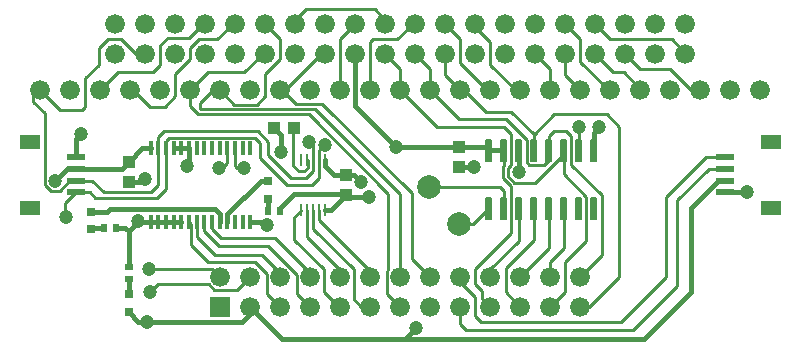
<source format=gbr>
G04 EAGLE Gerber RS-274X export*
G75*
%MOMM*%
%FSLAX34Y34*%
%LPD*%
%INTop Copper*%
%IPPOS*%
%AMOC8*
5,1,8,0,0,1.08239X$1,22.5*%
G01*
%ADD10C,1.676400*%
%ADD11R,0.400000X1.150000*%
%ADD12C,0.150000*%
%ADD13R,0.250000X1.000000*%
%ADD14R,1.550000X0.600000*%
%ADD15R,1.800000X1.200000*%
%ADD16R,1.676400X1.676400*%
%ADD17R,1.000000X1.100000*%
%ADD18R,0.800000X0.800000*%
%ADD19R,0.600000X0.700000*%
%ADD20R,0.700000X0.600000*%
%ADD21C,2.000000*%
%ADD22C,0.254000*%
%ADD23C,1.200000*%
%ADD24C,0.406400*%


D10*
X83700Y252378D03*
X83700Y277778D03*
X109100Y252378D03*
X109100Y277778D03*
X134500Y252378D03*
X134500Y277778D03*
X159900Y252378D03*
X159900Y277778D03*
X185300Y252378D03*
X185300Y277778D03*
X210700Y252378D03*
X210700Y277778D03*
X236100Y252378D03*
X236100Y277778D03*
X261500Y252378D03*
X261500Y277778D03*
X286900Y252378D03*
X286900Y277778D03*
X312300Y252378D03*
X312300Y277778D03*
X337700Y252378D03*
X337700Y277778D03*
X363100Y252378D03*
X363100Y277778D03*
X388500Y252378D03*
X388500Y277778D03*
X413900Y252378D03*
X413900Y277778D03*
X439300Y252378D03*
X439300Y277778D03*
X464700Y252378D03*
X464700Y277778D03*
X490100Y252378D03*
X490100Y277778D03*
X515500Y252378D03*
X515500Y277778D03*
X540900Y252378D03*
X540900Y277778D03*
X566300Y252378D03*
X566300Y277778D03*
X20320Y221488D03*
X45720Y221488D03*
X71120Y221488D03*
X96520Y221488D03*
X121920Y221488D03*
X147320Y221488D03*
X172720Y221488D03*
X198120Y221488D03*
X223520Y221488D03*
X248920Y221488D03*
X274320Y221488D03*
X299720Y221488D03*
X325120Y221488D03*
X350520Y221488D03*
X375920Y221488D03*
X401320Y221488D03*
X426720Y221488D03*
X452120Y221488D03*
X477520Y221488D03*
X502920Y221488D03*
X528320Y221488D03*
X553720Y221488D03*
X579120Y221488D03*
X604520Y221488D03*
X629920Y221488D03*
D11*
X113960Y110224D03*
X120460Y110224D03*
X126960Y110224D03*
X133460Y110224D03*
X139960Y110224D03*
X146460Y110224D03*
X152960Y110224D03*
X159460Y110224D03*
X165960Y110224D03*
X172460Y110224D03*
X178960Y110224D03*
X185460Y110224D03*
X191960Y110224D03*
X198460Y110224D03*
X198460Y172224D03*
X191960Y172224D03*
X185460Y172224D03*
X178960Y172224D03*
X172460Y172224D03*
X165960Y172224D03*
X159460Y172224D03*
X152960Y172224D03*
X146460Y172224D03*
X139960Y172224D03*
X133460Y172224D03*
X126960Y172224D03*
X120460Y172224D03*
X113960Y172224D03*
D12*
X402300Y130250D02*
X402300Y112750D01*
X397800Y112750D01*
X397800Y130250D01*
X402300Y130250D01*
X402300Y114175D02*
X397800Y114175D01*
X397800Y115600D02*
X402300Y115600D01*
X402300Y117025D02*
X397800Y117025D01*
X397800Y118450D02*
X402300Y118450D01*
X402300Y119875D02*
X397800Y119875D01*
X397800Y121300D02*
X402300Y121300D01*
X402300Y122725D02*
X397800Y122725D01*
X397800Y124150D02*
X402300Y124150D01*
X402300Y125575D02*
X397800Y125575D01*
X397800Y127000D02*
X402300Y127000D01*
X402300Y128425D02*
X397800Y128425D01*
X397800Y129850D02*
X402300Y129850D01*
X415000Y130250D02*
X415000Y112750D01*
X410500Y112750D01*
X410500Y130250D01*
X415000Y130250D01*
X415000Y114175D02*
X410500Y114175D01*
X410500Y115600D02*
X415000Y115600D01*
X415000Y117025D02*
X410500Y117025D01*
X410500Y118450D02*
X415000Y118450D01*
X415000Y119875D02*
X410500Y119875D01*
X410500Y121300D02*
X415000Y121300D01*
X415000Y122725D02*
X410500Y122725D01*
X410500Y124150D02*
X415000Y124150D01*
X415000Y125575D02*
X410500Y125575D01*
X410500Y127000D02*
X415000Y127000D01*
X415000Y128425D02*
X410500Y128425D01*
X410500Y129850D02*
X415000Y129850D01*
X427700Y130250D02*
X427700Y112750D01*
X423200Y112750D01*
X423200Y130250D01*
X427700Y130250D01*
X427700Y114175D02*
X423200Y114175D01*
X423200Y115600D02*
X427700Y115600D01*
X427700Y117025D02*
X423200Y117025D01*
X423200Y118450D02*
X427700Y118450D01*
X427700Y119875D02*
X423200Y119875D01*
X423200Y121300D02*
X427700Y121300D01*
X427700Y122725D02*
X423200Y122725D01*
X423200Y124150D02*
X427700Y124150D01*
X427700Y125575D02*
X423200Y125575D01*
X423200Y127000D02*
X427700Y127000D01*
X427700Y128425D02*
X423200Y128425D01*
X423200Y129850D02*
X427700Y129850D01*
X440400Y130250D02*
X440400Y112750D01*
X435900Y112750D01*
X435900Y130250D01*
X440400Y130250D01*
X440400Y114175D02*
X435900Y114175D01*
X435900Y115600D02*
X440400Y115600D01*
X440400Y117025D02*
X435900Y117025D01*
X435900Y118450D02*
X440400Y118450D01*
X440400Y119875D02*
X435900Y119875D01*
X435900Y121300D02*
X440400Y121300D01*
X440400Y122725D02*
X435900Y122725D01*
X435900Y124150D02*
X440400Y124150D01*
X440400Y125575D02*
X435900Y125575D01*
X435900Y127000D02*
X440400Y127000D01*
X440400Y128425D02*
X435900Y128425D01*
X435900Y129850D02*
X440400Y129850D01*
X453100Y130250D02*
X453100Y112750D01*
X448600Y112750D01*
X448600Y130250D01*
X453100Y130250D01*
X453100Y114175D02*
X448600Y114175D01*
X448600Y115600D02*
X453100Y115600D01*
X453100Y117025D02*
X448600Y117025D01*
X448600Y118450D02*
X453100Y118450D01*
X453100Y119875D02*
X448600Y119875D01*
X448600Y121300D02*
X453100Y121300D01*
X453100Y122725D02*
X448600Y122725D01*
X448600Y124150D02*
X453100Y124150D01*
X453100Y125575D02*
X448600Y125575D01*
X448600Y127000D02*
X453100Y127000D01*
X453100Y128425D02*
X448600Y128425D01*
X448600Y129850D02*
X453100Y129850D01*
X465800Y130250D02*
X465800Y112750D01*
X461300Y112750D01*
X461300Y130250D01*
X465800Y130250D01*
X465800Y114175D02*
X461300Y114175D01*
X461300Y115600D02*
X465800Y115600D01*
X465800Y117025D02*
X461300Y117025D01*
X461300Y118450D02*
X465800Y118450D01*
X465800Y119875D02*
X461300Y119875D01*
X461300Y121300D02*
X465800Y121300D01*
X465800Y122725D02*
X461300Y122725D01*
X461300Y124150D02*
X465800Y124150D01*
X465800Y125575D02*
X461300Y125575D01*
X461300Y127000D02*
X465800Y127000D01*
X465800Y128425D02*
X461300Y128425D01*
X461300Y129850D02*
X465800Y129850D01*
X478500Y130250D02*
X478500Y112750D01*
X474000Y112750D01*
X474000Y130250D01*
X478500Y130250D01*
X478500Y114175D02*
X474000Y114175D01*
X474000Y115600D02*
X478500Y115600D01*
X478500Y117025D02*
X474000Y117025D01*
X474000Y118450D02*
X478500Y118450D01*
X478500Y119875D02*
X474000Y119875D01*
X474000Y121300D02*
X478500Y121300D01*
X478500Y122725D02*
X474000Y122725D01*
X474000Y124150D02*
X478500Y124150D01*
X478500Y125575D02*
X474000Y125575D01*
X474000Y127000D02*
X478500Y127000D01*
X478500Y128425D02*
X474000Y128425D01*
X474000Y129850D02*
X478500Y129850D01*
X491200Y130250D02*
X491200Y112750D01*
X486700Y112750D01*
X486700Y130250D01*
X491200Y130250D01*
X491200Y114175D02*
X486700Y114175D01*
X486700Y115600D02*
X491200Y115600D01*
X491200Y117025D02*
X486700Y117025D01*
X486700Y118450D02*
X491200Y118450D01*
X491200Y119875D02*
X486700Y119875D01*
X486700Y121300D02*
X491200Y121300D01*
X491200Y122725D02*
X486700Y122725D01*
X486700Y124150D02*
X491200Y124150D01*
X491200Y125575D02*
X486700Y125575D01*
X486700Y127000D02*
X491200Y127000D01*
X491200Y128425D02*
X486700Y128425D01*
X486700Y129850D02*
X491200Y129850D01*
X491200Y161850D02*
X491200Y179350D01*
X491200Y161850D02*
X486700Y161850D01*
X486700Y179350D01*
X491200Y179350D01*
X491200Y163275D02*
X486700Y163275D01*
X486700Y164700D02*
X491200Y164700D01*
X491200Y166125D02*
X486700Y166125D01*
X486700Y167550D02*
X491200Y167550D01*
X491200Y168975D02*
X486700Y168975D01*
X486700Y170400D02*
X491200Y170400D01*
X491200Y171825D02*
X486700Y171825D01*
X486700Y173250D02*
X491200Y173250D01*
X491200Y174675D02*
X486700Y174675D01*
X486700Y176100D02*
X491200Y176100D01*
X491200Y177525D02*
X486700Y177525D01*
X486700Y178950D02*
X491200Y178950D01*
X478500Y179350D02*
X478500Y161850D01*
X474000Y161850D01*
X474000Y179350D01*
X478500Y179350D01*
X478500Y163275D02*
X474000Y163275D01*
X474000Y164700D02*
X478500Y164700D01*
X478500Y166125D02*
X474000Y166125D01*
X474000Y167550D02*
X478500Y167550D01*
X478500Y168975D02*
X474000Y168975D01*
X474000Y170400D02*
X478500Y170400D01*
X478500Y171825D02*
X474000Y171825D01*
X474000Y173250D02*
X478500Y173250D01*
X478500Y174675D02*
X474000Y174675D01*
X474000Y176100D02*
X478500Y176100D01*
X478500Y177525D02*
X474000Y177525D01*
X474000Y178950D02*
X478500Y178950D01*
X465800Y179350D02*
X465800Y161850D01*
X461300Y161850D01*
X461300Y179350D01*
X465800Y179350D01*
X465800Y163275D02*
X461300Y163275D01*
X461300Y164700D02*
X465800Y164700D01*
X465800Y166125D02*
X461300Y166125D01*
X461300Y167550D02*
X465800Y167550D01*
X465800Y168975D02*
X461300Y168975D01*
X461300Y170400D02*
X465800Y170400D01*
X465800Y171825D02*
X461300Y171825D01*
X461300Y173250D02*
X465800Y173250D01*
X465800Y174675D02*
X461300Y174675D01*
X461300Y176100D02*
X465800Y176100D01*
X465800Y177525D02*
X461300Y177525D01*
X461300Y178950D02*
X465800Y178950D01*
X453100Y179350D02*
X453100Y161850D01*
X448600Y161850D01*
X448600Y179350D01*
X453100Y179350D01*
X453100Y163275D02*
X448600Y163275D01*
X448600Y164700D02*
X453100Y164700D01*
X453100Y166125D02*
X448600Y166125D01*
X448600Y167550D02*
X453100Y167550D01*
X453100Y168975D02*
X448600Y168975D01*
X448600Y170400D02*
X453100Y170400D01*
X453100Y171825D02*
X448600Y171825D01*
X448600Y173250D02*
X453100Y173250D01*
X453100Y174675D02*
X448600Y174675D01*
X448600Y176100D02*
X453100Y176100D01*
X453100Y177525D02*
X448600Y177525D01*
X448600Y178950D02*
X453100Y178950D01*
X440400Y179350D02*
X440400Y161850D01*
X435900Y161850D01*
X435900Y179350D01*
X440400Y179350D01*
X440400Y163275D02*
X435900Y163275D01*
X435900Y164700D02*
X440400Y164700D01*
X440400Y166125D02*
X435900Y166125D01*
X435900Y167550D02*
X440400Y167550D01*
X440400Y168975D02*
X435900Y168975D01*
X435900Y170400D02*
X440400Y170400D01*
X440400Y171825D02*
X435900Y171825D01*
X435900Y173250D02*
X440400Y173250D01*
X440400Y174675D02*
X435900Y174675D01*
X435900Y176100D02*
X440400Y176100D01*
X440400Y177525D02*
X435900Y177525D01*
X435900Y178950D02*
X440400Y178950D01*
X427700Y179350D02*
X427700Y161850D01*
X423200Y161850D01*
X423200Y179350D01*
X427700Y179350D01*
X427700Y163275D02*
X423200Y163275D01*
X423200Y164700D02*
X427700Y164700D01*
X427700Y166125D02*
X423200Y166125D01*
X423200Y167550D02*
X427700Y167550D01*
X427700Y168975D02*
X423200Y168975D01*
X423200Y170400D02*
X427700Y170400D01*
X427700Y171825D02*
X423200Y171825D01*
X423200Y173250D02*
X427700Y173250D01*
X427700Y174675D02*
X423200Y174675D01*
X423200Y176100D02*
X427700Y176100D01*
X427700Y177525D02*
X423200Y177525D01*
X423200Y178950D02*
X427700Y178950D01*
X415000Y179350D02*
X415000Y161850D01*
X410500Y161850D01*
X410500Y179350D01*
X415000Y179350D01*
X415000Y163275D02*
X410500Y163275D01*
X410500Y164700D02*
X415000Y164700D01*
X415000Y166125D02*
X410500Y166125D01*
X410500Y167550D02*
X415000Y167550D01*
X415000Y168975D02*
X410500Y168975D01*
X410500Y170400D02*
X415000Y170400D01*
X415000Y171825D02*
X410500Y171825D01*
X410500Y173250D02*
X415000Y173250D01*
X415000Y174675D02*
X410500Y174675D01*
X410500Y176100D02*
X415000Y176100D01*
X415000Y177525D02*
X410500Y177525D01*
X410500Y178950D02*
X415000Y178950D01*
X402300Y179350D02*
X402300Y161850D01*
X397800Y161850D01*
X397800Y179350D01*
X402300Y179350D01*
X402300Y163275D02*
X397800Y163275D01*
X397800Y164700D02*
X402300Y164700D01*
X402300Y166125D02*
X397800Y166125D01*
X397800Y167550D02*
X402300Y167550D01*
X402300Y168975D02*
X397800Y168975D01*
X397800Y170400D02*
X402300Y170400D01*
X402300Y171825D02*
X397800Y171825D01*
X397800Y173250D02*
X402300Y173250D01*
X402300Y174675D02*
X397800Y174675D01*
X397800Y176100D02*
X402300Y176100D01*
X402300Y177525D02*
X397800Y177525D01*
X397800Y178950D02*
X402300Y178950D01*
D13*
X261460Y162355D03*
X256460Y162355D03*
X251460Y162355D03*
X246460Y162355D03*
X241460Y162355D03*
X241460Y120093D03*
X246460Y120093D03*
X251460Y120093D03*
X256460Y120093D03*
X261460Y120093D03*
D14*
X600462Y135000D03*
X600462Y145000D03*
X600462Y155000D03*
X600462Y165000D03*
D15*
X639462Y122000D03*
X639462Y178000D03*
D14*
X50540Y165000D03*
X50540Y155000D03*
X50540Y145000D03*
X50540Y135000D03*
D15*
X11540Y178000D03*
X11540Y122000D03*
D16*
X172600Y38100D03*
D10*
X172600Y63500D03*
X198000Y38100D03*
X198000Y63500D03*
X223400Y38100D03*
X223400Y63500D03*
X248800Y38100D03*
X248800Y63500D03*
X274200Y38100D03*
X274200Y63500D03*
X299600Y38100D03*
X299600Y63500D03*
X325000Y38100D03*
X325000Y63500D03*
X350400Y38100D03*
X350400Y63500D03*
X375800Y38100D03*
X375800Y63500D03*
X401200Y38100D03*
X401200Y63500D03*
X426600Y38100D03*
X426600Y63500D03*
X452000Y38100D03*
X452000Y63500D03*
X477400Y38100D03*
X477400Y63500D03*
D17*
X95250Y160900D03*
X95250Y143900D03*
X279146Y149724D03*
X279146Y132724D03*
X374650Y173600D03*
X374650Y156600D03*
X218068Y189484D03*
X235068Y189484D03*
D18*
X213487Y144533D03*
X213487Y129533D03*
X95250Y33775D03*
X95250Y48775D03*
D19*
X223694Y119253D03*
X213694Y119253D03*
D20*
X95250Y61675D03*
X95250Y71675D03*
D18*
X63500Y118625D03*
X63500Y103625D03*
D19*
X74375Y104775D03*
X84375Y104775D03*
D21*
X374650Y107950D03*
X349250Y139700D03*
D22*
X36830Y204978D02*
X20320Y221488D01*
X36830Y204978D02*
X55880Y204978D01*
X58420Y207518D01*
X58420Y231648D01*
X69850Y243078D01*
X69850Y257048D01*
X77470Y264668D01*
X88900Y264668D01*
X101190Y252378D01*
X109100Y252378D01*
X120278Y172042D02*
X120278Y141441D01*
X120278Y172042D02*
X120460Y172224D01*
X120278Y141441D02*
X114045Y135208D01*
X20320Y221488D02*
X17018Y221488D01*
X14732Y219202D01*
X14732Y211328D01*
X24226Y201834D01*
X124818Y186690D02*
X204629Y186690D01*
X213614Y177705D01*
X120460Y172224D02*
X120388Y172296D01*
X120388Y182260D01*
X124818Y186690D01*
X213614Y177705D02*
X213614Y166624D01*
X233045Y147193D01*
X245237Y147193D01*
X251460Y153416D01*
X251460Y162355D01*
X251460Y173990D01*
X247650Y177800D01*
D23*
X247650Y177800D03*
D22*
X559943Y128143D02*
X586800Y155000D01*
X559943Y55880D02*
X522351Y18288D01*
X559943Y55880D02*
X559943Y128143D01*
X522351Y18288D02*
X381000Y18288D01*
X29377Y135986D02*
X24226Y141137D01*
X24226Y201834D01*
X50428Y145112D02*
X50540Y145000D01*
X50428Y145112D02*
X45951Y145112D01*
X36825Y135986D01*
X29377Y135986D01*
X74342Y135208D02*
X114045Y135208D01*
X64550Y145000D02*
X50540Y145000D01*
X64550Y145000D02*
X74342Y135208D01*
X586800Y155000D02*
X600462Y155000D01*
X375800Y38100D02*
X375800Y23488D01*
X381000Y18288D01*
X127142Y138249D02*
X119450Y130557D01*
X127142Y172042D02*
X126960Y172224D01*
X127142Y172042D02*
X127142Y138249D01*
D23*
X41910Y114300D03*
D22*
X126960Y172224D02*
X127142Y172406D01*
X129803Y181102D02*
X202184Y181102D01*
X127142Y178441D02*
X127142Y172406D01*
X127142Y178441D02*
X129803Y181102D01*
X206502Y176784D02*
X206502Y163957D01*
X229235Y141224D01*
X206502Y176784D02*
X202184Y181102D01*
X229235Y141224D02*
X250857Y141224D01*
X256540Y146907D01*
X256540Y162275D02*
X256460Y162355D01*
X256540Y162275D02*
X256540Y146907D01*
X256460Y162355D02*
X256460Y170608D01*
X261244Y175392D01*
D23*
X261244Y175392D03*
D22*
X549910Y131063D02*
X549910Y63151D01*
X512159Y25400D01*
X393700Y25400D01*
X50540Y135000D02*
X41656Y126116D01*
X41656Y114554D02*
X41910Y114300D01*
X41656Y114554D02*
X41656Y126116D01*
X50540Y135000D02*
X62453Y135000D01*
X66896Y130557D01*
X119450Y130557D01*
X583847Y165000D02*
X600462Y165000D01*
X583847Y165000D02*
X549910Y131063D01*
X393700Y25400D02*
X388500Y30600D01*
X388500Y46736D02*
X375800Y59436D01*
X375800Y63500D01*
X388500Y46736D02*
X388500Y30600D01*
X162560Y236728D02*
X147320Y221488D01*
X162560Y236728D02*
X193040Y236728D01*
X208690Y252378D01*
X210700Y252378D01*
X147320Y221488D02*
X147320Y208280D01*
X154432Y201168D01*
X247904Y201168D01*
X315094Y133978D01*
X315094Y69399D02*
X313824Y68129D01*
X313824Y49276D01*
X325000Y38100D01*
X315094Y69399D02*
X315094Y133978D01*
X227330Y221488D02*
X223520Y221488D01*
X227330Y221488D02*
X258220Y252378D01*
X261500Y252378D01*
X259334Y210058D02*
X236982Y210058D01*
X259334Y210058D02*
X335160Y134232D01*
X236982Y210058D02*
X225552Y221488D01*
X223520Y221488D01*
X335160Y78740D02*
X350400Y63500D01*
X335160Y78740D02*
X335160Y134232D01*
X325120Y239558D02*
X312300Y252378D01*
X325120Y239558D02*
X325120Y221488D01*
X356108Y190500D01*
X419100Y184404D02*
X419100Y158233D01*
X413004Y190500D02*
X356108Y190500D01*
X413004Y190500D02*
X419100Y184404D01*
X416656Y155789D02*
X416656Y148503D01*
X421807Y143352D01*
X439614Y143352D01*
X419100Y158233D02*
X416656Y155789D01*
X439614Y143352D02*
X463550Y167288D01*
X463550Y170600D01*
X463550Y150212D01*
X482600Y131162D01*
X482600Y94100D01*
X464700Y76200D01*
X464700Y50800D01*
X452000Y38100D01*
X350520Y239558D02*
X337700Y252378D01*
X350520Y239558D02*
X350520Y221488D01*
X375158Y196850D01*
X415212Y196850D01*
X432356Y179706D02*
X432356Y160382D01*
X434432Y158306D01*
X450850Y162560D02*
X450850Y170600D01*
X432356Y179706D02*
X415212Y196850D01*
X434432Y158306D02*
X446596Y158306D01*
X450850Y162560D01*
X450850Y170600D02*
X450850Y182372D01*
X455676Y187198D01*
X465328Y187198D01*
X469900Y182626D01*
X469900Y158566D01*
X495688Y132778D01*
X495688Y81788D01*
X477400Y63500D01*
X363100Y234308D02*
X363100Y252378D01*
X363100Y234308D02*
X375920Y221488D01*
X379165Y221488D01*
X397453Y203200D01*
X419100Y203200D02*
X438150Y184150D01*
X419100Y203200D02*
X397453Y203200D01*
X438150Y183642D02*
X438150Y170600D01*
X438150Y183642D02*
X438150Y184150D01*
X455580Y201072D02*
X500213Y201072D01*
X510674Y190611D01*
X510674Y63500D01*
X438150Y183642D02*
X455580Y201072D01*
X510674Y63500D02*
X485274Y38100D01*
X477400Y38100D01*
X452120Y239558D02*
X439300Y252378D01*
X452120Y239558D02*
X452120Y221488D01*
X464700Y234308D02*
X464700Y252378D01*
X464700Y234308D02*
X477520Y221488D01*
X505750Y236728D02*
X490100Y252378D01*
X505750Y236728D02*
X514350Y236728D01*
X528320Y222758D01*
X528320Y221488D01*
X528610Y239268D02*
X515500Y252378D01*
X528610Y239268D02*
X553720Y239268D01*
X571500Y221488D01*
X579120Y221488D01*
X503210Y264668D02*
X490100Y277778D01*
X503210Y264668D02*
X554990Y264668D01*
X566300Y253358D01*
X566300Y252378D01*
X236100Y277778D02*
X236100Y281058D01*
X245110Y290068D01*
X303530Y290068D01*
X312300Y281298D01*
X312300Y277778D01*
D24*
X113960Y110224D02*
X103390Y110224D01*
X102870Y110744D01*
D23*
X102870Y110744D03*
D24*
X113960Y110224D02*
X120460Y110224D01*
X126960Y110224D01*
X133460Y110224D01*
X139960Y110224D01*
X198460Y110224D02*
X209054Y110224D01*
X212090Y107188D01*
D23*
X212090Y107188D03*
D24*
X425450Y152146D02*
X425450Y170600D01*
D23*
X425450Y152146D03*
D24*
X488950Y185166D02*
X493776Y189992D01*
X488950Y185166D02*
X488950Y170600D01*
D23*
X493776Y189992D03*
D24*
X600462Y135000D02*
X615210Y135000D01*
X617946Y133822D01*
X619252Y135128D01*
D23*
X619252Y135128D03*
X144780Y157734D03*
D24*
X106237Y143900D02*
X95250Y143900D01*
X106237Y143900D02*
X108803Y146467D01*
D23*
X108803Y146467D03*
X298958Y131318D03*
D24*
X374650Y156600D02*
X387486Y156600D01*
X387604Y156718D01*
D23*
X387604Y156718D03*
D24*
X50540Y165000D02*
X50540Y180080D01*
X54610Y184150D01*
D23*
X54610Y184150D03*
D24*
X266515Y120093D02*
X279146Y132724D01*
X266515Y120093D02*
X261460Y120093D01*
X280552Y131318D02*
X298958Y131318D01*
X280552Y131318D02*
X279146Y132724D01*
D23*
X223910Y169418D03*
D24*
X223910Y183642D02*
X218068Y189484D01*
X223910Y183642D02*
X223910Y169418D01*
X223694Y122094D02*
X223694Y119253D01*
X223694Y122094D02*
X234950Y133350D01*
X278520Y133350D01*
X95250Y102084D02*
X95250Y71675D01*
X95250Y102084D02*
X103390Y110224D01*
X133460Y172224D02*
X139960Y172224D01*
X146460Y172224D01*
X146460Y159414D02*
X144780Y157734D01*
X146460Y159414D02*
X146460Y172224D01*
X92559Y104775D02*
X84375Y104775D01*
X92559Y104775D02*
X95250Y102084D01*
D22*
X115570Y236728D02*
X121920Y243078D01*
X121920Y259588D01*
X128270Y265938D01*
X146050Y265938D01*
X157890Y277778D01*
X159900Y277778D01*
X115570Y236728D02*
X86360Y236728D01*
X71120Y221488D01*
D23*
X113792Y50546D03*
D22*
X120396Y57150D02*
X163145Y57150D01*
X120396Y57150D02*
X113792Y50546D01*
X163145Y57150D02*
X167971Y52324D01*
X186824Y52324D02*
X198000Y63500D01*
X186824Y52324D02*
X167971Y52324D01*
X147320Y248158D02*
X147320Y257048D01*
X154940Y264668D01*
X170180Y264668D01*
X183290Y277778D01*
X185300Y277778D01*
X147320Y248158D02*
X134620Y235458D01*
X134620Y216408D01*
X125730Y207518D01*
X113030Y207518D01*
X99060Y221488D01*
X96520Y221488D01*
D23*
X112268Y70358D03*
D22*
X113792Y70358D01*
X112268Y70358D02*
X165742Y70358D01*
X172600Y63500D01*
X223520Y264958D02*
X210700Y277778D01*
X223520Y264958D02*
X223520Y248158D01*
X210820Y235458D01*
X210820Y216408D01*
X203708Y209296D01*
X184912Y209296D01*
X172720Y221488D01*
X166624Y221488D01*
X155655Y210519D02*
X155655Y205693D01*
X155861Y205486D01*
X155655Y210519D02*
X166624Y221488D01*
X155861Y205486D02*
X252984Y205486D01*
X325000Y133470D01*
X325000Y63500D01*
X274320Y221488D02*
X274320Y265198D01*
X286900Y277778D01*
X299720Y262128D02*
X299720Y221488D01*
X299720Y262128D02*
X302260Y264668D01*
X322580Y264668D01*
X335690Y277778D01*
X337700Y277778D01*
X363100Y277778D02*
X375920Y264958D01*
X375920Y244348D01*
X398780Y221488D01*
X401320Y221488D01*
D23*
X476250Y190500D03*
D22*
X476250Y170600D01*
X388500Y274948D02*
X388500Y277778D01*
X388500Y274948D02*
X401320Y262128D01*
X401320Y243078D01*
X422910Y221488D01*
X426720Y221488D01*
X477520Y264958D02*
X464700Y277778D01*
X477520Y264958D02*
X477520Y245618D01*
X501650Y221488D01*
X502920Y221488D01*
X148166Y108518D02*
X146460Y110224D01*
X148166Y108518D02*
X148166Y90181D01*
X162655Y75692D01*
X212224Y65786D02*
X212224Y49276D01*
X223400Y38100D01*
X202318Y75692D02*
X162655Y75692D01*
X202318Y75692D02*
X212224Y65786D01*
X152960Y97484D02*
X152960Y110224D01*
X152960Y97484D02*
X168656Y81788D01*
X208160Y81788D01*
X223400Y66548D01*
X223400Y63500D01*
X159460Y102160D02*
X159460Y110224D01*
X159460Y102160D02*
X171958Y89662D01*
X213240Y89662D01*
X237624Y65278D01*
X237624Y49276D02*
X248800Y38100D01*
X237624Y49276D02*
X237624Y65278D01*
X165960Y104296D02*
X165960Y110224D01*
X165960Y104296D02*
X173736Y96520D01*
X219336Y96520D01*
X248800Y67056D02*
X248800Y63500D01*
X248800Y67056D02*
X219336Y96520D01*
D24*
X77350Y118625D02*
X63500Y118625D01*
X77350Y118625D02*
X79375Y120650D01*
X168313Y120650D02*
X172460Y116503D01*
X172460Y110224D01*
X168313Y120650D02*
X79375Y120650D01*
X213480Y144526D02*
X213487Y144533D01*
X206983Y144526D02*
X178960Y116503D01*
X178960Y110224D01*
X206983Y144526D02*
X213480Y144526D01*
D22*
X386500Y107950D02*
X400050Y121500D01*
X386500Y107950D02*
X374650Y107950D01*
X412750Y121500D02*
X412750Y136525D01*
X409575Y139700D01*
X349250Y139700D01*
X425450Y121500D02*
X425450Y94100D01*
X401200Y69850D02*
X401200Y63500D01*
X401200Y69850D02*
X425450Y94100D01*
X438150Y94665D02*
X414408Y70923D01*
X414408Y50292D01*
X438150Y94665D02*
X438150Y121500D01*
X414408Y50292D02*
X426600Y38100D01*
X450850Y87750D02*
X450850Y121500D01*
X450850Y87750D02*
X426600Y63500D01*
X463550Y87750D02*
X463550Y121500D01*
X463550Y87750D02*
X452000Y76200D01*
X452000Y63500D01*
D23*
X33020Y144780D03*
D24*
X286900Y208400D02*
X286900Y252378D01*
X286900Y208400D02*
X321652Y173648D01*
X400050Y170600D02*
X412750Y170600D01*
X106574Y172224D02*
X95250Y160900D01*
X106574Y172224D02*
X113960Y172224D01*
X269376Y149724D02*
X279146Y149724D01*
X261460Y157640D02*
X261460Y162355D01*
X261460Y157640D02*
X269376Y149724D01*
X374602Y173648D02*
X374650Y173600D01*
X374602Y173648D02*
X321652Y173648D01*
X374650Y173600D02*
X397050Y173600D01*
X400050Y170600D01*
X286403Y149724D02*
X279146Y149724D01*
X286403Y149724D02*
X292359Y143769D01*
D23*
X292359Y143769D03*
X321652Y173648D03*
X110998Y25400D03*
D24*
X191650Y25400D01*
X198000Y31750D02*
X198000Y38100D01*
X198000Y31750D02*
X191650Y25400D01*
X198000Y38100D02*
X225432Y10668D01*
X571500Y50800D02*
X571500Y121817D01*
X571500Y50800D02*
X531368Y10668D01*
X328937Y10668D01*
D22*
X412592Y146820D02*
X412592Y157472D01*
X412592Y146820D02*
X419100Y140312D01*
X412750Y157630D02*
X412750Y170600D01*
X412750Y157630D02*
X412592Y157472D01*
X419100Y100450D02*
X388500Y69850D01*
X419100Y100450D02*
X419100Y140312D01*
X394275Y45025D02*
X401200Y38100D01*
X394275Y45025D02*
X394275Y51375D01*
X388500Y57150D01*
X388500Y69850D01*
D23*
X338335Y20066D03*
D24*
X328937Y10668D01*
X50540Y155000D02*
X43240Y155000D01*
X33020Y144780D01*
X50540Y155000D02*
X89350Y155000D01*
X95250Y160900D01*
X594683Y145000D02*
X600462Y145000D01*
X594683Y145000D02*
X571500Y121817D01*
X110998Y25400D02*
X103625Y25400D01*
X95250Y33775D01*
X225432Y10668D02*
X328937Y10668D01*
D22*
X235110Y113743D02*
X241460Y120093D01*
X235110Y113743D02*
X235110Y95090D01*
X260350Y69850D02*
X260350Y50800D01*
X260350Y69850D02*
X235110Y95090D01*
X273050Y38100D02*
X274200Y38100D01*
X273050Y38100D02*
X260350Y50800D01*
X246460Y96948D02*
X246460Y120093D01*
X274200Y69208D02*
X274200Y63500D01*
X274200Y69208D02*
X246460Y96948D01*
X251460Y104331D02*
X251460Y120093D01*
X285750Y70041D02*
X285750Y44450D01*
X285750Y70041D02*
X251460Y104331D01*
X285750Y44450D02*
X292100Y38100D01*
X299600Y38100D01*
X256460Y111840D02*
X256460Y120093D01*
X299600Y68700D02*
X299600Y63500D01*
X299600Y68700D02*
X256460Y111840D01*
X243994Y152910D02*
X246774Y155690D01*
X243994Y152910D02*
X239434Y152910D01*
X246774Y162041D02*
X246460Y162355D01*
X246774Y162041D02*
X246774Y155690D01*
X239434Y152910D02*
X234814Y157530D01*
X234814Y189230D02*
X235068Y189484D01*
X234814Y189230D02*
X234814Y157530D01*
D24*
X213487Y129533D02*
X213694Y129326D01*
X213694Y119253D01*
X95250Y61675D02*
X95250Y48775D01*
X63500Y103625D02*
X64650Y104775D01*
X74375Y104775D01*
D22*
X178960Y159910D02*
X178960Y172224D01*
X174625Y155575D02*
X171450Y155575D01*
D23*
X171450Y155575D03*
D22*
X174625Y155575D02*
X178960Y159910D01*
X185460Y157440D02*
X185460Y172224D01*
D23*
X192659Y155575D03*
D22*
X187325Y155575D02*
X185460Y157440D01*
X187325Y155575D02*
X192659Y155575D01*
M02*

</source>
